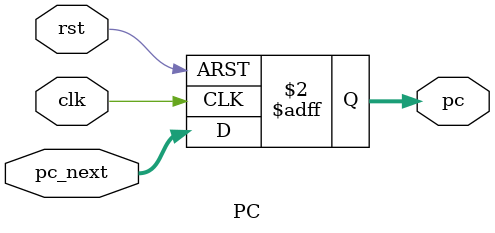
<source format=sv>

module PC(
	input logic clk,
	input logic rst,
	input logic [31:0] pc_next,
	output logic [31:0] pc
);

always_ff @(posedge clk or posedge rst) begin
	if(rst)begin
		pc <= 32'h0000_0000;
	end
	else begin
		pc <= pc_next;
	end
end

endmodule
</source>
